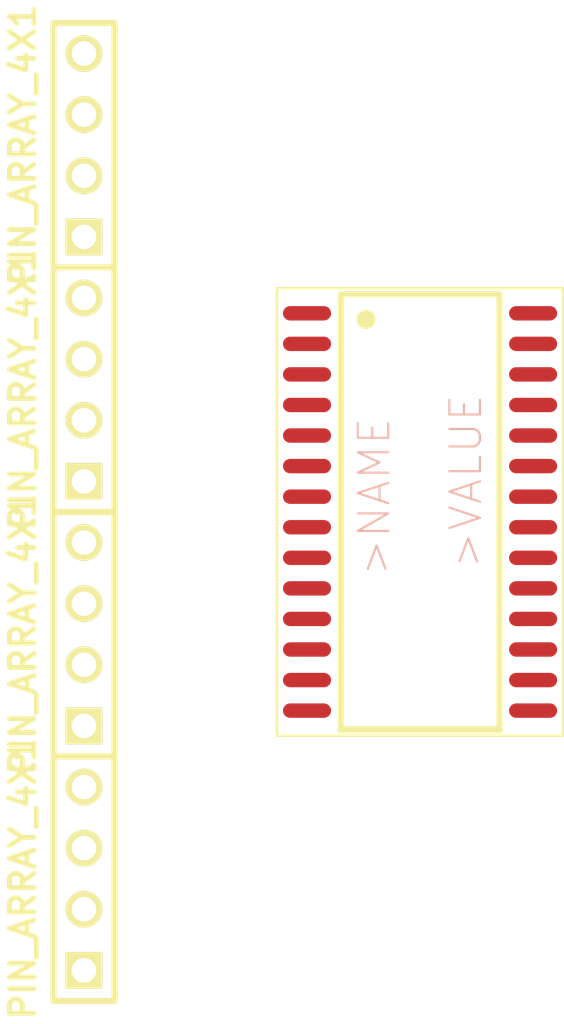
<source format=kicad_pcb>
(kicad_pcb (version 3) (host pcbnew "(2013-07-07 BZR 4022)-stable")

  (general
    (links 0)
    (no_connects 0)
    (area 0 0 0 0)
    (thickness 1.6)
    (drawings 0)
    (tracks 0)
    (zones 0)
    (modules 5)
    (nets 1)
  )

  (page A3)
  (layers
    (15 F.Cu signal)
    (0 B.Cu signal)
    (16 B.Adhes user)
    (17 F.Adhes user)
    (18 B.Paste user)
    (19 F.Paste user)
    (20 B.SilkS user)
    (21 F.SilkS user)
    (22 B.Mask user)
    (23 F.Mask user)
    (24 Dwgs.User user)
    (25 Cmts.User user)
    (26 Eco1.User user)
    (27 Eco2.User user)
    (28 Edge.Cuts user)
  )

  (setup
    (last_trace_width 0.254)
    (trace_clearance 0.254)
    (zone_clearance 0.508)
    (zone_45_only no)
    (trace_min 0.254)
    (segment_width 0.2)
    (edge_width 0.1)
    (via_size 0.889)
    (via_drill 0.635)
    (via_min_size 0.889)
    (via_min_drill 0.508)
    (uvia_size 0.508)
    (uvia_drill 0.127)
    (uvias_allowed no)
    (uvia_min_size 0.508)
    (uvia_min_drill 0.127)
    (pcb_text_width 0.3)
    (pcb_text_size 1.5 1.5)
    (mod_edge_width 0.15)
    (mod_text_size 1 1)
    (mod_text_width 0.15)
    (pad_size 1.5 1.5)
    (pad_drill 0.6)
    (pad_to_mask_clearance 0)
    (aux_axis_origin 0 0)
    (visible_elements FFFFFFBF)
    (pcbplotparams
      (layerselection 3178497)
      (usegerberextensions true)
      (excludeedgelayer true)
      (linewidth 0.150000)
      (plotframeref false)
      (viasonmask false)
      (mode 1)
      (useauxorigin false)
      (hpglpennumber 1)
      (hpglpenspeed 20)
      (hpglpendiameter 15)
      (hpglpenoverlay 2)
      (psnegative false)
      (psa4output false)
      (plotreference true)
      (plotvalue true)
      (plotothertext true)
      (plotinvisibletext false)
      (padsonsilk false)
      (subtractmaskfromsilk false)
      (outputformat 1)
      (mirror false)
      (drillshape 1)
      (scaleselection 1)
      (outputdirectory ""))
  )

  (net 0 "")

  (net_class Default "This is the default net class."
    (clearance 0.254)
    (trace_width 0.254)
    (via_dia 0.889)
    (via_drill 0.635)
    (uvia_dia 0.508)
    (uvia_drill 0.127)
    (add_net "")
  )

  (module luminary-micro-SOIC28 (layer F.Cu) (tedit 200000) (tstamp 533C98A6)
    (at 27.94 33.02)
    (descr "28-PIN SOIC PACKAGE  IPC7351  SOIC127P1032X265-28N")
    (tags "28-PIN SOIC PACKAGE  IPC7351  SOIC127P1032X265-28N")
    (attr smd)
    (fp_text reference >NAME (at -1.905 -0.635 90) (layer B.SilkS)
      (effects (font (size 1.27 1.27) (thickness 0.0889)))
    )
    (fp_text value >VALUE (at 1.905 -1.27 90) (layer B.SilkS)
      (effects (font (size 1.27 1.27) (thickness 0.0889)))
    )
    (fp_line (start -3.29946 -9.04748) (end -3.29946 9.04748) (layer F.SilkS) (width 0.254))
    (fp_line (start -3.29946 9.04748) (end 3.29946 9.04748) (layer F.SilkS) (width 0.29972))
    (fp_line (start 3.29946 9.04748) (end 3.29946 -9.04748) (layer F.SilkS) (width 0.254))
    (fp_line (start 3.29946 -9.04748) (end -3.29946 -9.04748) (layer F.SilkS) (width 0.254))
    (fp_line (start -5.94868 -9.29894) (end -5.94868 9.29894) (layer F.SilkS) (width 0.09906))
    (fp_line (start -5.94868 9.29894) (end 5.94868 9.29894) (layer F.SilkS) (width 0.09906))
    (fp_line (start 5.94868 9.29894) (end 5.94868 -9.29894) (layer F.SilkS) (width 0.09906))
    (fp_line (start 5.94868 -9.29894) (end -5.94868 -9.29894) (layer F.SilkS) (width 0.09906))
    (fp_circle (center -2.2479 -7.99846) (end -2.5273 -8.27786) (layer F.SilkS))
    (pad 1 smd oval (at -4.699 -8.255) (size 1.99898 0.59944)
      (layers F.Cu F.Paste F.Mask)
    )
    (pad 2 smd oval (at -4.699 -6.985) (size 1.99898 0.59944)
      (layers F.Cu F.Paste F.Mask)
    )
    (pad 3 smd oval (at -4.699 -5.715) (size 1.99898 0.59944)
      (layers F.Cu F.Paste F.Mask)
    )
    (pad 4 smd oval (at -4.699 -4.445) (size 1.99898 0.59944)
      (layers F.Cu F.Paste F.Mask)
    )
    (pad 5 smd oval (at -4.699 -3.175) (size 1.99898 0.59944)
      (layers F.Cu F.Paste F.Mask)
    )
    (pad 6 smd oval (at -4.699 -1.905) (size 1.99898 0.59944)
      (layers F.Cu F.Paste F.Mask)
    )
    (pad 7 smd oval (at -4.699 -0.635) (size 1.99898 0.59944)
      (layers F.Cu F.Paste F.Mask)
    )
    (pad 8 smd oval (at -4.699 0.635) (size 1.99898 0.59944)
      (layers F.Cu F.Paste F.Mask)
    )
    (pad 9 smd oval (at -4.699 1.905) (size 1.99898 0.59944)
      (layers F.Cu F.Paste F.Mask)
    )
    (pad 10 smd oval (at -4.699 3.175) (size 1.99898 0.59944)
      (layers F.Cu F.Paste F.Mask)
    )
    (pad 11 smd oval (at -4.699 4.445) (size 1.99898 0.59944)
      (layers F.Cu F.Paste F.Mask)
    )
    (pad 12 smd oval (at -4.699 5.715) (size 1.99898 0.59944)
      (layers F.Cu F.Paste F.Mask)
    )
    (pad 13 smd oval (at -4.699 6.985) (size 1.99898 0.59944)
      (layers F.Cu F.Paste F.Mask)
    )
    (pad 14 smd oval (at -4.699 8.255) (size 1.99898 0.59944)
      (layers F.Cu F.Paste F.Mask)
    )
    (pad 15 smd oval (at 4.699 8.255) (size 1.99898 0.59944)
      (layers F.Cu F.Paste F.Mask)
    )
    (pad 16 smd oval (at 4.699 6.985) (size 1.99898 0.59944)
      (layers F.Cu F.Paste F.Mask)
    )
    (pad 17 smd oval (at 4.699 5.715) (size 1.99898 0.59944)
      (layers F.Cu F.Paste F.Mask)
    )
    (pad 18 smd oval (at 4.699 4.445) (size 1.99898 0.59944)
      (layers F.Cu F.Paste F.Mask)
    )
    (pad 19 smd oval (at 4.699 3.175) (size 1.99898 0.59944)
      (layers F.Cu F.Paste F.Mask)
    )
    (pad 20 smd oval (at 4.699 1.905) (size 1.99898 0.59944)
      (layers F.Cu F.Paste F.Mask)
    )
    (pad 21 smd oval (at 4.699 0.635) (size 1.99898 0.59944)
      (layers F.Cu F.Paste F.Mask)
    )
    (pad 22 smd oval (at 4.699 -0.635) (size 1.99898 0.59944)
      (layers F.Cu F.Paste F.Mask)
    )
    (pad 23 smd oval (at 4.699 -1.905) (size 1.99898 0.59944)
      (layers F.Cu F.Paste F.Mask)
    )
    (pad 24 smd oval (at 4.699 -3.175) (size 1.99898 0.59944)
      (layers F.Cu F.Paste F.Mask)
    )
    (pad 25 smd oval (at 4.699 -4.445) (size 1.99898 0.59944)
      (layers F.Cu F.Paste F.Mask)
    )
    (pad 26 smd oval (at 4.699 -5.715) (size 1.99898 0.59944)
      (layers F.Cu F.Paste F.Mask)
    )
    (pad 27 smd oval (at 4.699 -6.985) (size 1.99898 0.59944)
      (layers F.Cu F.Paste F.Mask)
    )
    (pad 28 smd oval (at 4.699 -8.255) (size 1.99898 0.59944)
      (layers F.Cu F.Paste F.Mask)
    )
  )

  (module PIN_ARRAY_4x1 (layer F.Cu) (tedit 4C10F42E) (tstamp 533CDFE2)
    (at 13.97 48.26 90)
    (descr "Double rangee de contacts 2 x 5 pins")
    (tags CONN)
    (fp_text reference PIN_ARRAY_4X1 (at 0 -2.54 90) (layer F.SilkS)
      (effects (font (size 1.016 1.016) (thickness 0.2032)))
    )
    (fp_text value Val** (at 0 2.54 90) (layer F.SilkS) hide
      (effects (font (size 1.016 1.016) (thickness 0.2032)))
    )
    (fp_line (start 5.08 1.27) (end -5.08 1.27) (layer F.SilkS) (width 0.254))
    (fp_line (start 5.08 -1.27) (end -5.08 -1.27) (layer F.SilkS) (width 0.254))
    (fp_line (start -5.08 -1.27) (end -5.08 1.27) (layer F.SilkS) (width 0.254))
    (fp_line (start 5.08 1.27) (end 5.08 -1.27) (layer F.SilkS) (width 0.254))
    (pad 1 thru_hole rect (at -3.81 0 90) (size 1.524 1.524) (drill 1.016)
      (layers *.Cu *.Mask F.SilkS)
    )
    (pad 2 thru_hole circle (at -1.27 0 90) (size 1.524 1.524) (drill 1.016)
      (layers *.Cu *.Mask F.SilkS)
    )
    (pad 3 thru_hole circle (at 1.27 0 90) (size 1.524 1.524) (drill 1.016)
      (layers *.Cu *.Mask F.SilkS)
    )
    (pad 4 thru_hole circle (at 3.81 0 90) (size 1.524 1.524) (drill 1.016)
      (layers *.Cu *.Mask F.SilkS)
    )
    (model pin_array\pins_array_4x1.wrl
      (at (xyz 0 0 0))
      (scale (xyz 1 1 1))
      (rotate (xyz 0 0 0))
    )
  )

  (module PIN_ARRAY_4x1 (layer F.Cu) (tedit 4C10F42E) (tstamp 533CE000)
    (at 13.97 38.1 90)
    (descr "Double rangee de contacts 2 x 5 pins")
    (tags CONN)
    (fp_text reference PIN_ARRAY_4X1 (at 0 -2.54 90) (layer F.SilkS)
      (effects (font (size 1.016 1.016) (thickness 0.2032)))
    )
    (fp_text value Val** (at 0 2.54 90) (layer F.SilkS) hide
      (effects (font (size 1.016 1.016) (thickness 0.2032)))
    )
    (fp_line (start 5.08 1.27) (end -5.08 1.27) (layer F.SilkS) (width 0.254))
    (fp_line (start 5.08 -1.27) (end -5.08 -1.27) (layer F.SilkS) (width 0.254))
    (fp_line (start -5.08 -1.27) (end -5.08 1.27) (layer F.SilkS) (width 0.254))
    (fp_line (start 5.08 1.27) (end 5.08 -1.27) (layer F.SilkS) (width 0.254))
    (pad 1 thru_hole rect (at -3.81 0 90) (size 1.524 1.524) (drill 1.016)
      (layers *.Cu *.Mask F.SilkS)
    )
    (pad 2 thru_hole circle (at -1.27 0 90) (size 1.524 1.524) (drill 1.016)
      (layers *.Cu *.Mask F.SilkS)
    )
    (pad 3 thru_hole circle (at 1.27 0 90) (size 1.524 1.524) (drill 1.016)
      (layers *.Cu *.Mask F.SilkS)
    )
    (pad 4 thru_hole circle (at 3.81 0 90) (size 1.524 1.524) (drill 1.016)
      (layers *.Cu *.Mask F.SilkS)
    )
    (model pin_array\pins_array_4x1.wrl
      (at (xyz 0 0 0))
      (scale (xyz 1 1 1))
      (rotate (xyz 0 0 0))
    )
  )

  (module PIN_ARRAY_4x1 (layer F.Cu) (tedit 4C10F42E) (tstamp 533CE017)
    (at 13.97 27.94 90)
    (descr "Double rangee de contacts 2 x 5 pins")
    (tags CONN)
    (fp_text reference PIN_ARRAY_4X1 (at 0 -2.54 90) (layer F.SilkS)
      (effects (font (size 1.016 1.016) (thickness 0.2032)))
    )
    (fp_text value Val** (at 0 2.54 90) (layer F.SilkS) hide
      (effects (font (size 1.016 1.016) (thickness 0.2032)))
    )
    (fp_line (start 5.08 1.27) (end -5.08 1.27) (layer F.SilkS) (width 0.254))
    (fp_line (start 5.08 -1.27) (end -5.08 -1.27) (layer F.SilkS) (width 0.254))
    (fp_line (start -5.08 -1.27) (end -5.08 1.27) (layer F.SilkS) (width 0.254))
    (fp_line (start 5.08 1.27) (end 5.08 -1.27) (layer F.SilkS) (width 0.254))
    (pad 1 thru_hole rect (at -3.81 0 90) (size 1.524 1.524) (drill 1.016)
      (layers *.Cu *.Mask F.SilkS)
    )
    (pad 2 thru_hole circle (at -1.27 0 90) (size 1.524 1.524) (drill 1.016)
      (layers *.Cu *.Mask F.SilkS)
    )
    (pad 3 thru_hole circle (at 1.27 0 90) (size 1.524 1.524) (drill 1.016)
      (layers *.Cu *.Mask F.SilkS)
    )
    (pad 4 thru_hole circle (at 3.81 0 90) (size 1.524 1.524) (drill 1.016)
      (layers *.Cu *.Mask F.SilkS)
    )
    (model pin_array\pins_array_4x1.wrl
      (at (xyz 0 0 0))
      (scale (xyz 1 1 1))
      (rotate (xyz 0 0 0))
    )
  )

  (module PIN_ARRAY_4x1 (layer F.Cu) (tedit 4C10F42E) (tstamp 533CE03C)
    (at 13.97 17.78 90)
    (descr "Double rangee de contacts 2 x 5 pins")
    (tags CONN)
    (fp_text reference PIN_ARRAY_4X1 (at 0 -2.54 90) (layer F.SilkS)
      (effects (font (size 1.016 1.016) (thickness 0.2032)))
    )
    (fp_text value Val** (at 0 2.54 90) (layer F.SilkS) hide
      (effects (font (size 1.016 1.016) (thickness 0.2032)))
    )
    (fp_line (start 5.08 1.27) (end -5.08 1.27) (layer F.SilkS) (width 0.254))
    (fp_line (start 5.08 -1.27) (end -5.08 -1.27) (layer F.SilkS) (width 0.254))
    (fp_line (start -5.08 -1.27) (end -5.08 1.27) (layer F.SilkS) (width 0.254))
    (fp_line (start 5.08 1.27) (end 5.08 -1.27) (layer F.SilkS) (width 0.254))
    (pad 1 thru_hole rect (at -3.81 0 90) (size 1.524 1.524) (drill 1.016)
      (layers *.Cu *.Mask F.SilkS)
    )
    (pad 2 thru_hole circle (at -1.27 0 90) (size 1.524 1.524) (drill 1.016)
      (layers *.Cu *.Mask F.SilkS)
    )
    (pad 3 thru_hole circle (at 1.27 0 90) (size 1.524 1.524) (drill 1.016)
      (layers *.Cu *.Mask F.SilkS)
    )
    (pad 4 thru_hole circle (at 3.81 0 90) (size 1.524 1.524) (drill 1.016)
      (layers *.Cu *.Mask F.SilkS)
    )
    (model pin_array\pins_array_4x1.wrl
      (at (xyz 0 0 0))
      (scale (xyz 1 1 1))
      (rotate (xyz 0 0 0))
    )
  )

)

</source>
